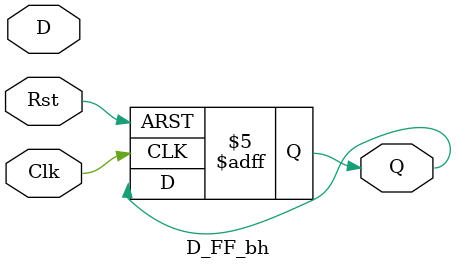
<source format=v>
/*** D-flipflop behavioral positive edge triggered 
     with Asynchronous Active High Reset. ***/
module D_FF_bh (Q, D, Clk, Rst);
    input D, Clk, Rst;
    output reg Q;

    always@(posedge Clk, posedge Rst)
        begin
            if(Rst)
                Q <= 1'b0;
            else
                D <= Q;
        end
endmodule

</source>
